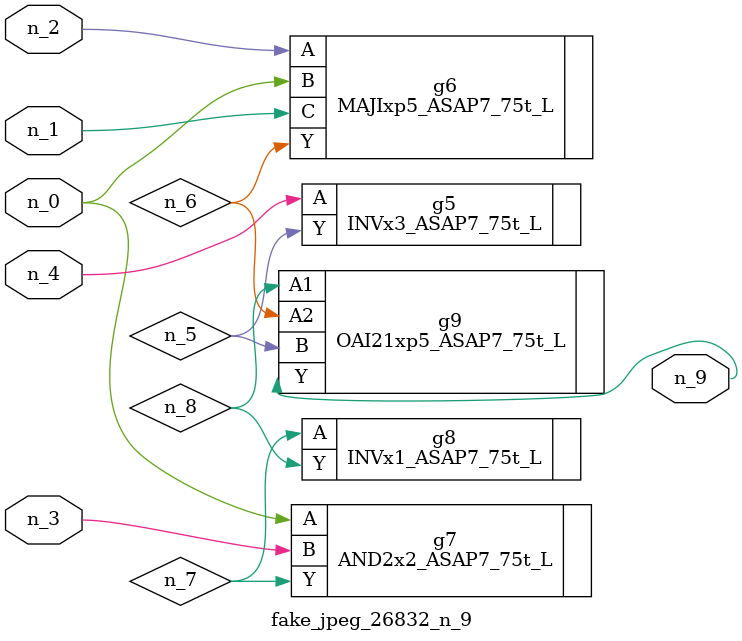
<source format=v>
module fake_jpeg_26832_n_9 (n_3, n_2, n_1, n_0, n_4, n_9);

input n_3;
input n_2;
input n_1;
input n_0;
input n_4;

output n_9;

wire n_8;
wire n_6;
wire n_5;
wire n_7;

INVx3_ASAP7_75t_L g5 ( 
.A(n_4),
.Y(n_5)
);

MAJIxp5_ASAP7_75t_L g6 ( 
.A(n_2),
.B(n_0),
.C(n_1),
.Y(n_6)
);

AND2x2_ASAP7_75t_L g7 ( 
.A(n_0),
.B(n_3),
.Y(n_7)
);

INVx1_ASAP7_75t_L g8 ( 
.A(n_7),
.Y(n_8)
);

OAI21xp5_ASAP7_75t_L g9 ( 
.A1(n_8),
.A2(n_6),
.B(n_5),
.Y(n_9)
);


endmodule
</source>
